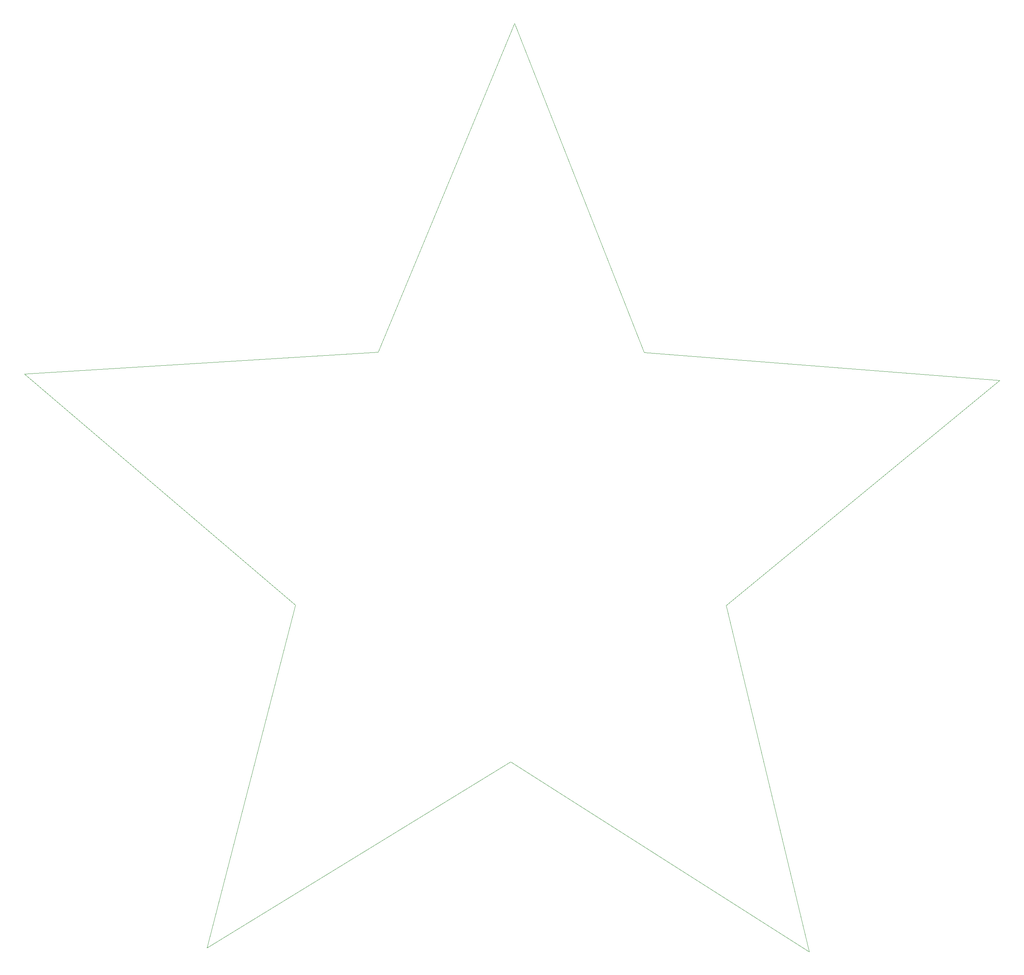
<source format=gbr>
G04 #@! TF.GenerationSoftware,KiCad,Pcbnew,(5.1.5)-3*
G04 #@! TF.CreationDate,2020-04-30T20:14:28+02:00*
G04 #@! TF.ProjectId,5-pointed-Star,352d706f-696e-4746-9564-2d537461722e,rev?*
G04 #@! TF.SameCoordinates,Original*
G04 #@! TF.FileFunction,Profile,NP*
%FSLAX46Y46*%
G04 Gerber Fmt 4.6, Leading zero omitted, Abs format (unit mm)*
G04 Created by KiCad (PCBNEW (5.1.5)-3) date 2020-04-30 20:14:28*
%MOMM*%
%LPD*%
G04 APERTURE LIST*
%ADD10C,0.050000*%
G04 APERTURE END LIST*
D10*
X241450000Y-107100000D02*
X210760000Y-29230000D01*
X325460000Y-113690000D02*
X241450000Y-107100000D01*
X260820000Y-167000000D02*
X325460000Y-113690000D01*
X280420000Y-248900000D02*
X260820000Y-167000000D01*
X209860000Y-203940000D02*
X280420000Y-248900000D01*
X138070000Y-247980000D02*
X209860000Y-203940000D01*
X158980000Y-166910000D02*
X138070000Y-247980000D01*
X94900000Y-112160000D02*
X158980000Y-166910000D01*
X178530000Y-107050000D02*
X94900000Y-112160000D01*
X210760000Y-29230000D02*
X178530000Y-107050000D01*
M02*

</source>
